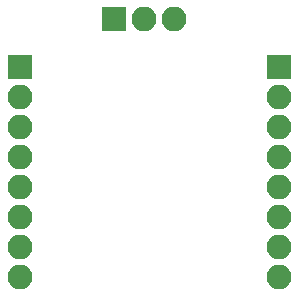
<source format=gbs>
G04 #@! TF.GenerationSoftware,KiCad,Pcbnew,(5.0.0)*
G04 #@! TF.CreationDate,2023-02-17T10:20:36+09:00*
G04 #@! TF.ProjectId,EBYTE-E22-SMD,45425954452D4532322D534D442E6B69,rev?*
G04 #@! TF.SameCoordinates,Original*
G04 #@! TF.FileFunction,Soldermask,Bot*
G04 #@! TF.FilePolarity,Negative*
%FSLAX46Y46*%
G04 Gerber Fmt 4.6, Leading zero omitted, Abs format (unit mm)*
G04 Created by KiCad (PCBNEW (5.0.0)) date 02/17/23 10:20:36*
%MOMM*%
%LPD*%
G01*
G04 APERTURE LIST*
%ADD10O,2.100000X2.100000*%
%ADD11R,2.100000X2.100000*%
G04 APERTURE END LIST*
D10*
G04 #@! TO.C,J1*
X169000000Y-107780000D03*
X169000000Y-105240000D03*
X169000000Y-102700000D03*
X169000000Y-100160000D03*
X169000000Y-97620000D03*
X169000000Y-95080000D03*
X169000000Y-92540000D03*
D11*
X169000000Y-90000000D03*
G04 #@! TD*
D10*
G04 #@! TO.C,J2*
X147000000Y-107780000D03*
X147000000Y-105240000D03*
X147000000Y-102700000D03*
X147000000Y-100160000D03*
X147000000Y-97620000D03*
X147000000Y-95080000D03*
X147000000Y-92540000D03*
D11*
X147000000Y-90000000D03*
G04 #@! TD*
D10*
G04 #@! TO.C,J3*
X160080000Y-86000000D03*
X157540000Y-86000000D03*
D11*
X155000000Y-86000000D03*
G04 #@! TD*
M02*

</source>
